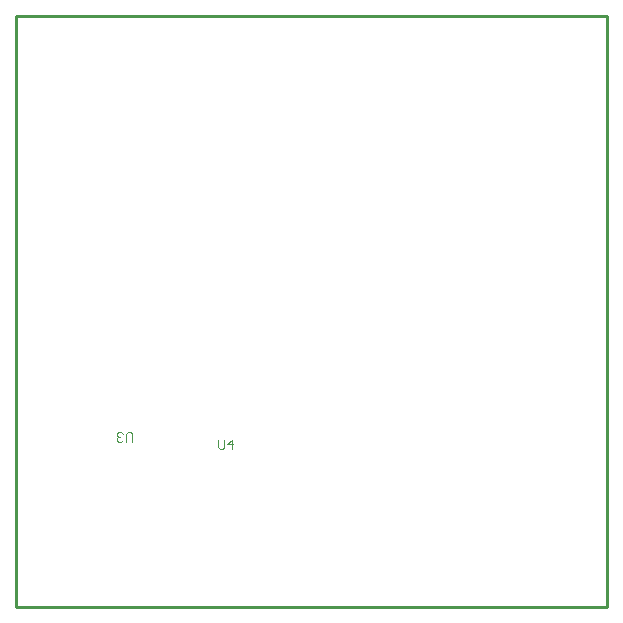
<source format=gm1>
G04*
G04 #@! TF.GenerationSoftware,Altium Limited,Altium Designer,25.0.2 (28)*
G04*
G04 Layer_Color=16711935*
%FSLAX25Y25*%
%MOIN*%
G70*
G04*
G04 #@! TF.SameCoordinates,77BAF947-F79B-4421-9DE9-08F6AA71662D*
G04*
G04*
G04 #@! TF.FilePolarity,Positive*
G04*
G01*
G75*
%ADD14C,0.01000*%
%ADD170C,0.00400*%
%ADD171C,0.00394*%
D14*
X0Y0D02*
X196850D01*
X0Y196850D02*
X196850D01*
Y0D02*
Y196850D01*
X0Y0D02*
Y196850D01*
D170*
X67335Y55601D02*
Y53102D01*
X67835Y52602D01*
X68834D01*
X69334Y53102D01*
Y55601D01*
X71833Y52602D02*
Y55601D01*
X70334Y54102D01*
X72333D01*
D171*
X38677Y55044D02*
Y57668D01*
X38152Y58193D01*
X37103D01*
X36578Y57668D01*
Y55044D01*
X35529Y55569D02*
X35004Y55044D01*
X33954D01*
X33430Y55569D01*
Y56094D01*
X33954Y56619D01*
X34479D01*
X33954D01*
X33430Y57143D01*
Y57668D01*
X33954Y58193D01*
X35004D01*
X35529Y57668D01*
M02*

</source>
